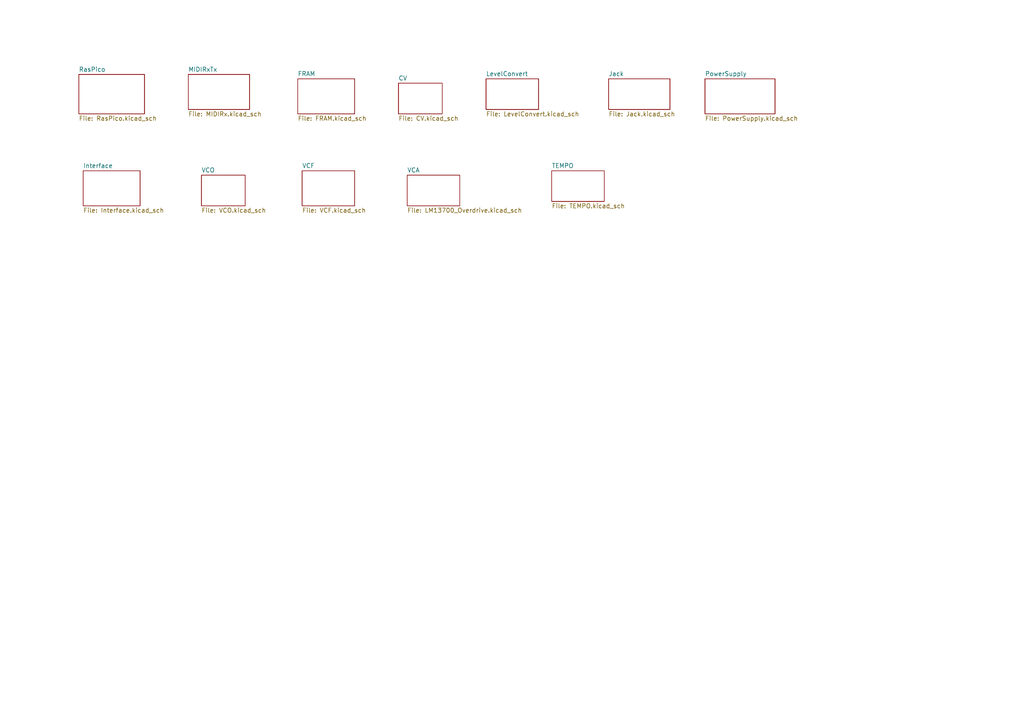
<source format=kicad_sch>
(kicad_sch
	(version 20231120)
	(generator "eeschema")
	(generator_version "8.0")
	(uuid "83af791a-9776-40a7-82ad-9528ff7474b8")
	(paper "A4")
	(lib_symbols)
	(sheet
		(at 87.63 49.53)
		(size 15.24 10.16)
		(fields_autoplaced yes)
		(stroke
			(width 0.1524)
			(type solid)
		)
		(fill
			(color 0 0 0 0.0000)
		)
		(uuid "1f7f5c42-a5fb-402f-98cb-47ebc2cae56f")
		(property "Sheetname" "VCF"
			(at 87.63 48.8184 0)
			(effects
				(font
					(size 1.27 1.27)
				)
				(justify left bottom)
			)
		)
		(property "Sheetfile" "VCF.kicad_sch"
			(at 87.63 60.2746 0)
			(effects
				(font
					(size 1.27 1.27)
				)
				(justify left top)
			)
		)
		(instances
			(project "mainBorad_R1"
				(path "/83af791a-9776-40a7-82ad-9528ff7474b8"
					(page "11")
				)
			)
		)
	)
	(sheet
		(at 22.86 21.59)
		(size 19.05 11.43)
		(fields_autoplaced yes)
		(stroke
			(width 0.1524)
			(type solid)
		)
		(fill
			(color 0 0 0 0.0000)
		)
		(uuid "2a7aa622-1b89-4529-84ec-ef6853ee06a0")
		(property "Sheetname" "RasPico"
			(at 22.86 20.8784 0)
			(effects
				(font
					(size 1.27 1.27)
				)
				(justify left bottom)
			)
		)
		(property "Sheetfile" "RasPico.kicad_sch"
			(at 22.86 33.6046 0)
			(effects
				(font
					(size 1.27 1.27)
				)
				(justify left top)
			)
		)
		(instances
			(project "mainBorad_R1"
				(path "/83af791a-9776-40a7-82ad-9528ff7474b8"
					(page "2")
				)
			)
		)
	)
	(sheet
		(at 118.11 50.8)
		(size 15.24 8.89)
		(fields_autoplaced yes)
		(stroke
			(width 0.1524)
			(type solid)
		)
		(fill
			(color 0 0 0 0.0000)
		)
		(uuid "60eab4e1-ce34-4d77-8d9b-d611705cbf82")
		(property "Sheetname" "VCA"
			(at 118.11 50.0884 0)
			(effects
				(font
					(size 1.27 1.27)
				)
				(justify left bottom)
			)
		)
		(property "Sheetfile" "LM13700_Overdrive.kicad_sch"
			(at 118.11 60.2746 0)
			(effects
				(font
					(size 1.27 1.27)
				)
				(justify left top)
			)
		)
		(instances
			(project "mainBorad_R1"
				(path "/83af791a-9776-40a7-82ad-9528ff7474b8"
					(page "12")
				)
			)
		)
	)
	(sheet
		(at 160.02 49.53)
		(size 15.24 8.89)
		(fields_autoplaced yes)
		(stroke
			(width 0.1524)
			(type solid)
		)
		(fill
			(color 0 0 0 0.0000)
		)
		(uuid "67c88aa0-cd33-4e9c-b3f5-33809b562701")
		(property "Sheetname" "TEMPO"
			(at 160.02 48.8184 0)
			(effects
				(font
					(size 1.27 1.27)
				)
				(justify left bottom)
			)
		)
		(property "Sheetfile" "TEMPO.kicad_sch"
			(at 160.02 59.0046 0)
			(effects
				(font
					(size 1.27 1.27)
				)
				(justify left top)
			)
		)
		(instances
			(project "mainBorad_R1"
				(path "/83af791a-9776-40a7-82ad-9528ff7474b8"
					(page "13")
				)
			)
		)
	)
	(sheet
		(at 204.47 22.86)
		(size 20.32 10.16)
		(fields_autoplaced yes)
		(stroke
			(width 0.1524)
			(type solid)
		)
		(fill
			(color 0 0 0 0.0000)
		)
		(uuid "7067d32e-232c-4c33-be2e-744ed9661c4e")
		(property "Sheetname" "PowerSupply"
			(at 204.47 22.1484 0)
			(effects
				(font
					(size 1.27 1.27)
				)
				(justify left bottom)
			)
		)
		(property "Sheetfile" "PowerSupply.kicad_sch"
			(at 204.47 33.6046 0)
			(effects
				(font
					(size 1.27 1.27)
				)
				(justify left top)
			)
		)
		(instances
			(project "mainBorad_R1"
				(path "/83af791a-9776-40a7-82ad-9528ff7474b8"
					(page "8")
				)
			)
		)
	)
	(sheet
		(at 140.97 22.86)
		(size 15.24 8.89)
		(fields_autoplaced yes)
		(stroke
			(width 0.1524)
			(type solid)
		)
		(fill
			(color 0 0 0 0.0000)
		)
		(uuid "762c6d25-4ca5-4dbd-82b1-8f7efbb1590c")
		(property "Sheetname" "LevelConvert"
			(at 140.97 22.1484 0)
			(effects
				(font
					(size 1.27 1.27)
				)
				(justify left bottom)
			)
		)
		(property "Sheetfile" "LevelConvert.kicad_sch"
			(at 140.97 32.3346 0)
			(effects
				(font
					(size 1.27 1.27)
				)
				(justify left top)
			)
		)
		(instances
			(project "mainBorad_R1"
				(path "/83af791a-9776-40a7-82ad-9528ff7474b8"
					(page "6")
				)
			)
		)
	)
	(sheet
		(at 58.42 50.8)
		(size 12.7 8.89)
		(fields_autoplaced yes)
		(stroke
			(width 0.1524)
			(type solid)
		)
		(fill
			(color 0 0 0 0.0000)
		)
		(uuid "765da965-e62c-424b-9b1b-9538054aabf6")
		(property "Sheetname" "VCO"
			(at 58.42 50.0884 0)
			(effects
				(font
					(size 1.27 1.27)
				)
				(justify left bottom)
			)
		)
		(property "Sheetfile" "VCO.kicad_sch"
			(at 58.42 60.2746 0)
			(effects
				(font
					(size 1.27 1.27)
				)
				(justify left top)
			)
		)
		(instances
			(project "mainBorad_R1"
				(path "/83af791a-9776-40a7-82ad-9528ff7474b8"
					(page "10")
				)
			)
		)
	)
	(sheet
		(at 54.61 21.59)
		(size 17.78 10.16)
		(fields_autoplaced yes)
		(stroke
			(width 0.1524)
			(type solid)
		)
		(fill
			(color 0 0 0 0.0000)
		)
		(uuid "823be519-bdcf-42c8-a9bd-38752cead0eb")
		(property "Sheetname" "MIDIRxTx"
			(at 54.61 20.8784 0)
			(effects
				(font
					(size 1.27 1.27)
				)
				(justify left bottom)
			)
		)
		(property "Sheetfile" "MIDIRx.kicad_sch"
			(at 54.61 32.3346 0)
			(effects
				(font
					(size 1.27 1.27)
				)
				(justify left top)
			)
		)
		(instances
			(project "mainBorad_R1"
				(path "/83af791a-9776-40a7-82ad-9528ff7474b8"
					(page "3")
				)
			)
		)
	)
	(sheet
		(at 176.53 22.86)
		(size 17.78 8.89)
		(fields_autoplaced yes)
		(stroke
			(width 0.1524)
			(type solid)
		)
		(fill
			(color 0 0 0 0.0000)
		)
		(uuid "84399fb9-099f-4a2f-878a-57c8535f6267")
		(property "Sheetname" "Jack"
			(at 176.53 22.1484 0)
			(effects
				(font
					(size 1.27 1.27)
				)
				(justify left bottom)
			)
		)
		(property "Sheetfile" "Jack.kicad_sch"
			(at 176.53 32.3346 0)
			(effects
				(font
					(size 1.27 1.27)
				)
				(justify left top)
			)
		)
		(instances
			(project "mainBorad_R1"
				(path "/83af791a-9776-40a7-82ad-9528ff7474b8"
					(page "7")
				)
			)
		)
	)
	(sheet
		(at 24.13 49.53)
		(size 16.51 10.16)
		(fields_autoplaced yes)
		(stroke
			(width 0.1524)
			(type solid)
		)
		(fill
			(color 0 0 0 0.0000)
		)
		(uuid "89dc079b-4bec-462d-b3d4-975f87bf224f")
		(property "Sheetname" "Interface"
			(at 24.13 48.8184 0)
			(effects
				(font
					(size 1.27 1.27)
				)
				(justify left bottom)
			)
		)
		(property "Sheetfile" "Interface.kicad_sch"
			(at 24.13 60.2746 0)
			(effects
				(font
					(size 1.27 1.27)
				)
				(justify left top)
			)
		)
		(instances
			(project "mainBorad_R1"
				(path "/83af791a-9776-40a7-82ad-9528ff7474b8"
					(page "9")
				)
			)
		)
	)
	(sheet
		(at 115.57 24.13)
		(size 12.7 8.89)
		(fields_autoplaced yes)
		(stroke
			(width 0.1524)
			(type solid)
		)
		(fill
			(color 0 0 0 0.0000)
		)
		(uuid "d05b3b8c-5b48-43e4-97e3-e56a41468e03")
		(property "Sheetname" "CV"
			(at 115.57 23.4184 0)
			(effects
				(font
					(size 1.27 1.27)
				)
				(justify left bottom)
			)
		)
		(property "Sheetfile" "CV.kicad_sch"
			(at 115.57 33.6046 0)
			(effects
				(font
					(size 1.27 1.27)
				)
				(justify left top)
			)
		)
		(instances
			(project "mainBorad_R1"
				(path "/83af791a-9776-40a7-82ad-9528ff7474b8"
					(page "5")
				)
			)
		)
	)
	(sheet
		(at 86.36 22.86)
		(size 16.51 10.16)
		(fields_autoplaced yes)
		(stroke
			(width 0.1524)
			(type solid)
		)
		(fill
			(color 0 0 0 0.0000)
		)
		(uuid "df077139-68fe-4311-bd8c-6d4deac1eeeb")
		(property "Sheetname" "FRAM"
			(at 86.36 22.1484 0)
			(effects
				(font
					(size 1.27 1.27)
				)
				(justify left bottom)
			)
		)
		(property "Sheetfile" "FRAM.kicad_sch"
			(at 86.36 33.6046 0)
			(effects
				(font
					(size 1.27 1.27)
				)
				(justify left top)
			)
		)
		(instances
			(project "mainBorad_R1"
				(path "/83af791a-9776-40a7-82ad-9528ff7474b8"
					(page "4")
				)
			)
		)
	)
	(sheet_instances
		(path "/"
			(page "1")
		)
	)
)

</source>
